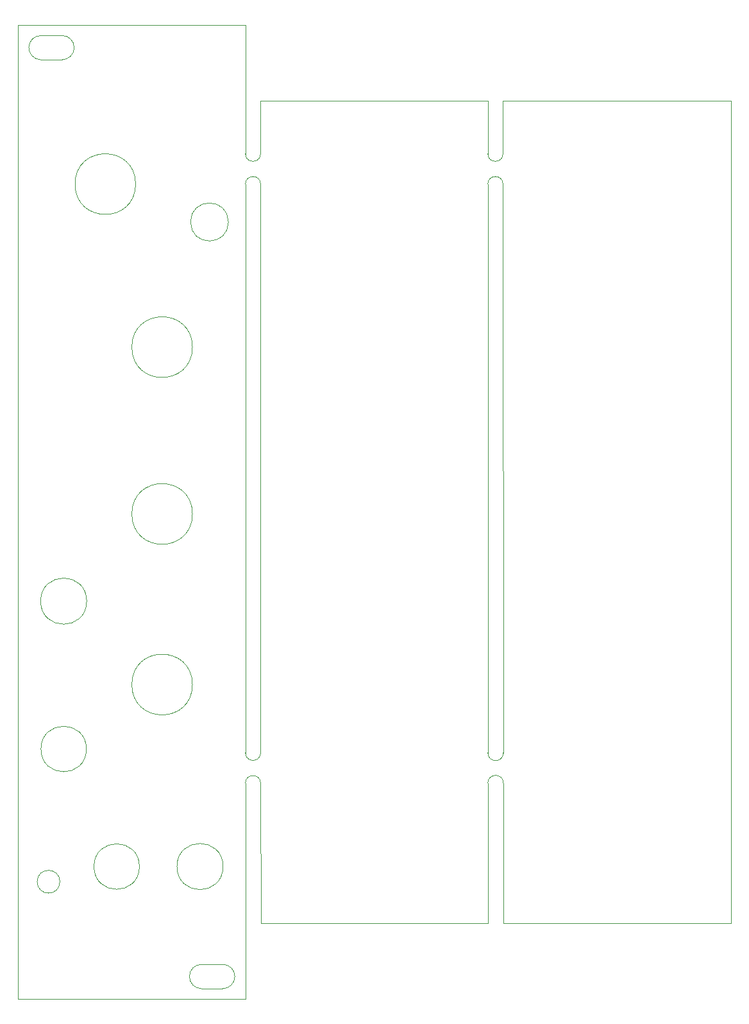
<source format=gbr>
%TF.GenerationSoftware,KiCad,Pcbnew,5.1.9+dfsg1-1~bpo10+1*%
%TF.CreationDate,2021-12-03T10:41:42+08:00*%
%TF.ProjectId,MiniOSC,4d696e69-4f53-4432-9e6b-696361645f70,rev?*%
%TF.SameCoordinates,Original*%
%TF.FileFunction,Profile,NP*%
%FSLAX46Y46*%
G04 Gerber Fmt 4.6, Leading zero omitted, Abs format (unit mm)*
G04 Created by KiCad (PCBNEW 5.1.9+dfsg1-1~bpo10+1) date 2021-12-03 10:41:42*
%MOMM*%
%LPD*%
G01*
G04 APERTURE LIST*
%TA.AperFunction,Profile*%
%ADD10C,0.100000*%
%TD*%
G04 APERTURE END LIST*
D10*
X70000000Y-66000000D02*
G75*
G02*
X72000000Y-66000000I1000000J0D01*
G01*
X72000000Y-62000000D02*
G75*
G02*
X70000000Y-62000000I-1000000J0D01*
G01*
X70000000Y-45000000D02*
X70000000Y-62000000D01*
X72000000Y-62000000D02*
X72000000Y-55000000D01*
X102000000Y-66000000D02*
G75*
G02*
X104000000Y-66000000I1000000J0D01*
G01*
X104000000Y-62000000D02*
G75*
G02*
X102000000Y-62000000I-1000000J0D01*
G01*
X102000000Y-55000000D02*
X102000000Y-62000000D01*
X104000000Y-62000000D02*
X104000000Y-55000000D01*
X122550000Y-163500000D02*
X134100000Y-163500000D01*
X134100000Y-55000000D02*
X122550000Y-55000000D01*
X104000000Y-66000000D02*
X104050000Y-141000000D01*
X102000000Y-141000000D02*
X102000000Y-66000000D01*
X102000000Y-144979905D02*
G75*
G02*
X104049803Y-145000000I1024803J-20095D01*
G01*
X104050000Y-141000000D02*
G75*
G02*
X102000000Y-141000000I-1025000J0D01*
G01*
X69998751Y-145000000D02*
G75*
G02*
X72000000Y-144950000I1001249J0D01*
G01*
X71999261Y-141038431D02*
G75*
G02*
X70000000Y-141000000I-999261J38431D01*
G01*
X69998751Y-145000000D02*
X70000000Y-173500000D01*
X71999261Y-141038431D02*
X72000000Y-66000000D01*
X134100000Y-55000000D02*
X134100000Y-163500000D01*
X104000000Y-55000000D02*
X122550000Y-55000000D01*
X104050000Y-163500000D02*
X104049803Y-145000000D01*
X122550000Y-163500000D02*
X104050000Y-163500000D01*
X72025000Y-163500000D02*
X72000000Y-144950000D01*
X102000000Y-163500000D02*
X72025000Y-163500000D01*
X102000000Y-144979905D02*
X102000000Y-163500000D01*
X72000000Y-55000000D02*
X102000000Y-55000000D01*
X67750000Y-71000000D02*
G75*
G03*
X67750000Y-71000000I-2500000J0D01*
G01*
X64200000Y-172100031D02*
X66960000Y-172099500D01*
X64200000Y-172100031D02*
G75*
G02*
X64210000Y-168900000I0J1600031D01*
G01*
X64210000Y-168900000D02*
X67000000Y-168900000D01*
X67000000Y-168900000D02*
G75*
G02*
X66960000Y-172099500I0J-1600000D01*
G01*
X42961081Y-49590240D02*
X45780000Y-49590000D01*
X43030000Y-46410000D02*
X45814458Y-46409940D01*
X45814458Y-46409940D02*
G75*
G02*
X45780000Y-49590000I-14458J-1590060D01*
G01*
X42961081Y-49590240D02*
G75*
G02*
X43030000Y-46410000I28919J1590240D01*
G01*
X45500000Y-158000000D02*
G75*
G03*
X45500000Y-158000000I-1500000J0D01*
G01*
X63000000Y-132000000D02*
G75*
G03*
X63000000Y-132000000I-4000000J0D01*
G01*
X63000000Y-109500000D02*
G75*
G03*
X63000000Y-109500000I-4000000J0D01*
G01*
X63000000Y-87500000D02*
G75*
G03*
X63000000Y-87500000I-4000000J0D01*
G01*
X55500000Y-66000000D02*
G75*
G03*
X55500000Y-66000000I-4000000J0D01*
G01*
X56000000Y-156000000D02*
G75*
G03*
X56000000Y-156000000I-3000000J0D01*
G01*
X67041381Y-156000000D02*
G75*
G03*
X67041381Y-156000000I-3041381J0D01*
G01*
X49000000Y-140500000D02*
G75*
G03*
X49000000Y-140500000I-3000000J0D01*
G01*
X49041381Y-121000000D02*
G75*
G03*
X49041381Y-121000000I-3041381J0D01*
G01*
X70000000Y-173500000D02*
X40000000Y-173500000D01*
X70000000Y-66000000D02*
X70000000Y-141000000D01*
X40000000Y-45000000D02*
X70000000Y-45000000D01*
X40000000Y-45000000D02*
X40000000Y-173500000D01*
M02*

</source>
